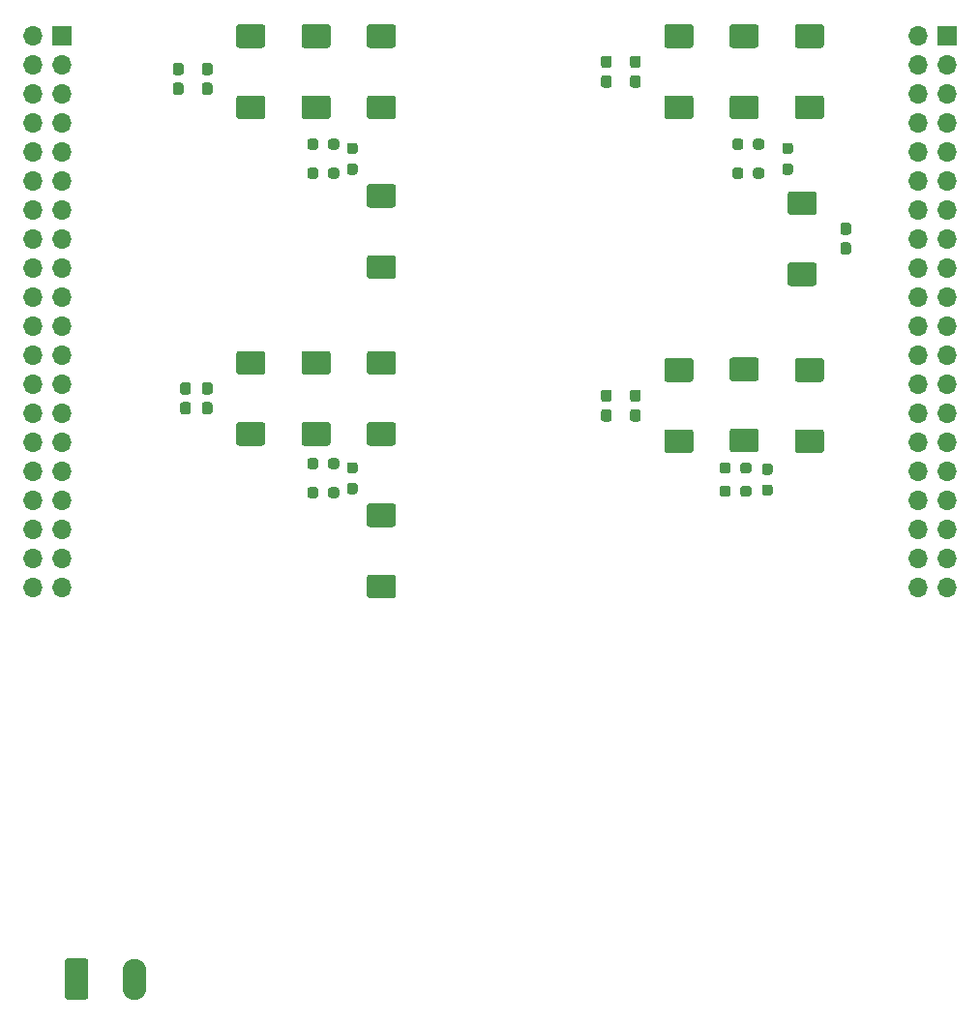
<source format=gbs>
%TF.GenerationSoftware,KiCad,Pcbnew,5.1.9+dfsg1-1*%
%TF.CreationDate,2021-04-28T20:37:39+02:00*%
%TF.ProjectId,Power_Board-2021,506f7765-725f-4426-9f61-72642d323032,rev?*%
%TF.SameCoordinates,Original*%
%TF.FileFunction,Soldermask,Bot*%
%TF.FilePolarity,Negative*%
%FSLAX46Y46*%
G04 Gerber Fmt 4.6, Leading zero omitted, Abs format (unit mm)*
G04 Created by KiCad (PCBNEW 5.1.9+dfsg1-1) date 2021-04-28 20:37:39*
%MOMM*%
%LPD*%
G01*
G04 APERTURE LIST*
%ADD10O,2.080000X3.600000*%
%ADD11R,1.700000X1.700000*%
%ADD12O,1.700000X1.700000*%
G04 APERTURE END LIST*
%TO.C,C2002*%
G36*
G01*
X170425000Y-114470000D02*
X172475000Y-114470000D01*
G75*
G02*
X172725000Y-114720000I0J-250000D01*
G01*
X172725000Y-116295000D01*
G75*
G02*
X172475000Y-116545000I-250000J0D01*
G01*
X170425000Y-116545000D01*
G75*
G02*
X170175000Y-116295000I0J250000D01*
G01*
X170175000Y-114720000D01*
G75*
G02*
X170425000Y-114470000I250000J0D01*
G01*
G37*
G36*
G01*
X170425000Y-108245000D02*
X172475000Y-108245000D01*
G75*
G02*
X172725000Y-108495000I0J-250000D01*
G01*
X172725000Y-110070000D01*
G75*
G02*
X172475000Y-110320000I-250000J0D01*
G01*
X170425000Y-110320000D01*
G75*
G02*
X170175000Y-110070000I0J250000D01*
G01*
X170175000Y-108495000D01*
G75*
G02*
X170425000Y-108245000I250000J0D01*
G01*
G37*
%TD*%
%TO.C,C2006*%
G36*
G01*
X161045000Y-103210000D02*
X158995000Y-103210000D01*
G75*
G02*
X158745000Y-102960000I0J250000D01*
G01*
X158745000Y-101385000D01*
G75*
G02*
X158995000Y-101135000I250000J0D01*
G01*
X161045000Y-101135000D01*
G75*
G02*
X161295000Y-101385000I0J-250000D01*
G01*
X161295000Y-102960000D01*
G75*
G02*
X161045000Y-103210000I-250000J0D01*
G01*
G37*
G36*
G01*
X161045000Y-96985000D02*
X158995000Y-96985000D01*
G75*
G02*
X158745000Y-96735000I0J250000D01*
G01*
X158745000Y-95160000D01*
G75*
G02*
X158995000Y-94910000I250000J0D01*
G01*
X161045000Y-94910000D01*
G75*
G02*
X161295000Y-95160000I0J-250000D01*
G01*
X161295000Y-96735000D01*
G75*
G02*
X161045000Y-96985000I-250000J0D01*
G01*
G37*
%TD*%
%TO.C,C2008*%
G36*
G01*
X166760000Y-96985000D02*
X164710000Y-96985000D01*
G75*
G02*
X164460000Y-96735000I0J250000D01*
G01*
X164460000Y-95160000D01*
G75*
G02*
X164710000Y-94910000I250000J0D01*
G01*
X166760000Y-94910000D01*
G75*
G02*
X167010000Y-95160000I0J-250000D01*
G01*
X167010000Y-96735000D01*
G75*
G02*
X166760000Y-96985000I-250000J0D01*
G01*
G37*
G36*
G01*
X166760000Y-103210000D02*
X164710000Y-103210000D01*
G75*
G02*
X164460000Y-102960000I0J250000D01*
G01*
X164460000Y-101385000D01*
G75*
G02*
X164710000Y-101135000I250000J0D01*
G01*
X166760000Y-101135000D01*
G75*
G02*
X167010000Y-101385000I0J-250000D01*
G01*
X167010000Y-102960000D01*
G75*
G02*
X166760000Y-103210000I-250000J0D01*
G01*
G37*
%TD*%
%TO.C,C2010*%
G36*
G01*
X156447500Y-100460000D02*
X155972500Y-100460000D01*
G75*
G02*
X155735000Y-100222500I0J237500D01*
G01*
X155735000Y-99622500D01*
G75*
G02*
X155972500Y-99385000I237500J0D01*
G01*
X156447500Y-99385000D01*
G75*
G02*
X156685000Y-99622500I0J-237500D01*
G01*
X156685000Y-100222500D01*
G75*
G02*
X156447500Y-100460000I-237500J0D01*
G01*
G37*
G36*
G01*
X156447500Y-98735000D02*
X155972500Y-98735000D01*
G75*
G02*
X155735000Y-98497500I0J237500D01*
G01*
X155735000Y-97897500D01*
G75*
G02*
X155972500Y-97660000I237500J0D01*
G01*
X156447500Y-97660000D01*
G75*
G02*
X156685000Y-97897500I0J-237500D01*
G01*
X156685000Y-98497500D01*
G75*
G02*
X156447500Y-98735000I-237500J0D01*
G01*
G37*
%TD*%
%TO.C,C2011*%
G36*
G01*
X154542500Y-98735000D02*
X154067500Y-98735000D01*
G75*
G02*
X153830000Y-98497500I0J237500D01*
G01*
X153830000Y-97897500D01*
G75*
G02*
X154067500Y-97660000I237500J0D01*
G01*
X154542500Y-97660000D01*
G75*
G02*
X154780000Y-97897500I0J-237500D01*
G01*
X154780000Y-98497500D01*
G75*
G02*
X154542500Y-98735000I-237500J0D01*
G01*
G37*
G36*
G01*
X154542500Y-100460000D02*
X154067500Y-100460000D01*
G75*
G02*
X153830000Y-100222500I0J237500D01*
G01*
X153830000Y-99622500D01*
G75*
G02*
X154067500Y-99385000I237500J0D01*
G01*
X154542500Y-99385000D01*
G75*
G02*
X154780000Y-99622500I0J-237500D01*
G01*
X154780000Y-100222500D01*
G75*
G02*
X154542500Y-100460000I-237500J0D01*
G01*
G37*
%TD*%
%TO.C,C2012*%
G36*
G01*
X170425000Y-80305000D02*
X172475000Y-80305000D01*
G75*
G02*
X172725000Y-80555000I0J-250000D01*
G01*
X172725000Y-82130000D01*
G75*
G02*
X172475000Y-82380000I-250000J0D01*
G01*
X170425000Y-82380000D01*
G75*
G02*
X170175000Y-82130000I0J250000D01*
G01*
X170175000Y-80555000D01*
G75*
G02*
X170425000Y-80305000I250000J0D01*
G01*
G37*
G36*
G01*
X170425000Y-86530000D02*
X172475000Y-86530000D01*
G75*
G02*
X172725000Y-86780000I0J-250000D01*
G01*
X172725000Y-88355000D01*
G75*
G02*
X172475000Y-88605000I-250000J0D01*
G01*
X170425000Y-88605000D01*
G75*
G02*
X170175000Y-88355000I0J250000D01*
G01*
X170175000Y-86780000D01*
G75*
G02*
X170425000Y-86530000I250000J0D01*
G01*
G37*
%TD*%
%TO.C,C2016*%
G36*
G01*
X172475000Y-74635000D02*
X170425000Y-74635000D01*
G75*
G02*
X170175000Y-74385000I0J250000D01*
G01*
X170175000Y-72810000D01*
G75*
G02*
X170425000Y-72560000I250000J0D01*
G01*
X172475000Y-72560000D01*
G75*
G02*
X172725000Y-72810000I0J-250000D01*
G01*
X172725000Y-74385000D01*
G75*
G02*
X172475000Y-74635000I-250000J0D01*
G01*
G37*
G36*
G01*
X172475000Y-68410000D02*
X170425000Y-68410000D01*
G75*
G02*
X170175000Y-68160000I0J250000D01*
G01*
X170175000Y-66585000D01*
G75*
G02*
X170425000Y-66335000I250000J0D01*
G01*
X172475000Y-66335000D01*
G75*
G02*
X172725000Y-66585000I0J-250000D01*
G01*
X172725000Y-68160000D01*
G75*
G02*
X172475000Y-68410000I-250000J0D01*
G01*
G37*
%TD*%
%TO.C,C2017*%
G36*
G01*
X166760000Y-68410000D02*
X164710000Y-68410000D01*
G75*
G02*
X164460000Y-68160000I0J250000D01*
G01*
X164460000Y-66585000D01*
G75*
G02*
X164710000Y-66335000I250000J0D01*
G01*
X166760000Y-66335000D01*
G75*
G02*
X167010000Y-66585000I0J-250000D01*
G01*
X167010000Y-68160000D01*
G75*
G02*
X166760000Y-68410000I-250000J0D01*
G01*
G37*
G36*
G01*
X166760000Y-74635000D02*
X164710000Y-74635000D01*
G75*
G02*
X164460000Y-74385000I0J250000D01*
G01*
X164460000Y-72810000D01*
G75*
G02*
X164710000Y-72560000I250000J0D01*
G01*
X166760000Y-72560000D01*
G75*
G02*
X167010000Y-72810000I0J-250000D01*
G01*
X167010000Y-74385000D01*
G75*
G02*
X166760000Y-74635000I-250000J0D01*
G01*
G37*
%TD*%
%TO.C,C2018*%
G36*
G01*
X161045000Y-74635000D02*
X158995000Y-74635000D01*
G75*
G02*
X158745000Y-74385000I0J250000D01*
G01*
X158745000Y-72810000D01*
G75*
G02*
X158995000Y-72560000I250000J0D01*
G01*
X161045000Y-72560000D01*
G75*
G02*
X161295000Y-72810000I0J-250000D01*
G01*
X161295000Y-74385000D01*
G75*
G02*
X161045000Y-74635000I-250000J0D01*
G01*
G37*
G36*
G01*
X161045000Y-68410000D02*
X158995000Y-68410000D01*
G75*
G02*
X158745000Y-68160000I0J250000D01*
G01*
X158745000Y-66585000D01*
G75*
G02*
X158995000Y-66335000I250000J0D01*
G01*
X161045000Y-66335000D01*
G75*
G02*
X161295000Y-66585000I0J-250000D01*
G01*
X161295000Y-68160000D01*
G75*
G02*
X161045000Y-68410000I-250000J0D01*
G01*
G37*
%TD*%
%TO.C,C2020*%
G36*
G01*
X153907500Y-70795000D02*
X153432500Y-70795000D01*
G75*
G02*
X153195000Y-70557500I0J237500D01*
G01*
X153195000Y-69957500D01*
G75*
G02*
X153432500Y-69720000I237500J0D01*
G01*
X153907500Y-69720000D01*
G75*
G02*
X154145000Y-69957500I0J-237500D01*
G01*
X154145000Y-70557500D01*
G75*
G02*
X153907500Y-70795000I-237500J0D01*
G01*
G37*
G36*
G01*
X153907500Y-72520000D02*
X153432500Y-72520000D01*
G75*
G02*
X153195000Y-72282500I0J237500D01*
G01*
X153195000Y-71682500D01*
G75*
G02*
X153432500Y-71445000I237500J0D01*
G01*
X153907500Y-71445000D01*
G75*
G02*
X154145000Y-71682500I0J-237500D01*
G01*
X154145000Y-72282500D01*
G75*
G02*
X153907500Y-72520000I-237500J0D01*
G01*
G37*
%TD*%
%TO.C,C2021*%
G36*
G01*
X156447500Y-72520000D02*
X155972500Y-72520000D01*
G75*
G02*
X155735000Y-72282500I0J237500D01*
G01*
X155735000Y-71682500D01*
G75*
G02*
X155972500Y-71445000I237500J0D01*
G01*
X156447500Y-71445000D01*
G75*
G02*
X156685000Y-71682500I0J-237500D01*
G01*
X156685000Y-72282500D01*
G75*
G02*
X156447500Y-72520000I-237500J0D01*
G01*
G37*
G36*
G01*
X156447500Y-70795000D02*
X155972500Y-70795000D01*
G75*
G02*
X155735000Y-70557500I0J237500D01*
G01*
X155735000Y-69957500D01*
G75*
G02*
X155972500Y-69720000I237500J0D01*
G01*
X156447500Y-69720000D01*
G75*
G02*
X156685000Y-69957500I0J-237500D01*
G01*
X156685000Y-70557500D01*
G75*
G02*
X156447500Y-70795000I-237500J0D01*
G01*
G37*
%TD*%
%TO.C,C2027*%
G36*
G01*
X204225000Y-103782500D02*
X202175000Y-103782500D01*
G75*
G02*
X201925000Y-103532500I0J250000D01*
G01*
X201925000Y-101957500D01*
G75*
G02*
X202175000Y-101707500I250000J0D01*
G01*
X204225000Y-101707500D01*
G75*
G02*
X204475000Y-101957500I0J-250000D01*
G01*
X204475000Y-103532500D01*
G75*
G02*
X204225000Y-103782500I-250000J0D01*
G01*
G37*
G36*
G01*
X204225000Y-97557500D02*
X202175000Y-97557500D01*
G75*
G02*
X201925000Y-97307500I0J250000D01*
G01*
X201925000Y-95732500D01*
G75*
G02*
X202175000Y-95482500I250000J0D01*
G01*
X204225000Y-95482500D01*
G75*
G02*
X204475000Y-95732500I0J-250000D01*
G01*
X204475000Y-97307500D01*
G75*
G02*
X204225000Y-97557500I-250000J0D01*
G01*
G37*
%TD*%
%TO.C,C2028*%
G36*
G01*
X209940000Y-103845000D02*
X207890000Y-103845000D01*
G75*
G02*
X207640000Y-103595000I0J250000D01*
G01*
X207640000Y-102020000D01*
G75*
G02*
X207890000Y-101770000I250000J0D01*
G01*
X209940000Y-101770000D01*
G75*
G02*
X210190000Y-102020000I0J-250000D01*
G01*
X210190000Y-103595000D01*
G75*
G02*
X209940000Y-103845000I-250000J0D01*
G01*
G37*
G36*
G01*
X209940000Y-97620000D02*
X207890000Y-97620000D01*
G75*
G02*
X207640000Y-97370000I0J250000D01*
G01*
X207640000Y-95795000D01*
G75*
G02*
X207890000Y-95545000I250000J0D01*
G01*
X209940000Y-95545000D01*
G75*
G02*
X210190000Y-95795000I0J-250000D01*
G01*
X210190000Y-97370000D01*
G75*
G02*
X209940000Y-97620000I-250000J0D01*
G01*
G37*
%TD*%
%TO.C,C2029*%
G36*
G01*
X198510000Y-97620000D02*
X196460000Y-97620000D01*
G75*
G02*
X196210000Y-97370000I0J250000D01*
G01*
X196210000Y-95795000D01*
G75*
G02*
X196460000Y-95545000I250000J0D01*
G01*
X198510000Y-95545000D01*
G75*
G02*
X198760000Y-95795000I0J-250000D01*
G01*
X198760000Y-97370000D01*
G75*
G02*
X198510000Y-97620000I-250000J0D01*
G01*
G37*
G36*
G01*
X198510000Y-103845000D02*
X196460000Y-103845000D01*
G75*
G02*
X196210000Y-103595000I0J250000D01*
G01*
X196210000Y-102020000D01*
G75*
G02*
X196460000Y-101770000I250000J0D01*
G01*
X198510000Y-101770000D01*
G75*
G02*
X198760000Y-102020000I0J-250000D01*
G01*
X198760000Y-103595000D01*
G75*
G02*
X198510000Y-103845000I-250000J0D01*
G01*
G37*
%TD*%
%TO.C,C2031*%
G36*
G01*
X191372500Y-99370000D02*
X190897500Y-99370000D01*
G75*
G02*
X190660000Y-99132500I0J237500D01*
G01*
X190660000Y-98532500D01*
G75*
G02*
X190897500Y-98295000I237500J0D01*
G01*
X191372500Y-98295000D01*
G75*
G02*
X191610000Y-98532500I0J-237500D01*
G01*
X191610000Y-99132500D01*
G75*
G02*
X191372500Y-99370000I-237500J0D01*
G01*
G37*
G36*
G01*
X191372500Y-101095000D02*
X190897500Y-101095000D01*
G75*
G02*
X190660000Y-100857500I0J237500D01*
G01*
X190660000Y-100257500D01*
G75*
G02*
X190897500Y-100020000I237500J0D01*
G01*
X191372500Y-100020000D01*
G75*
G02*
X191610000Y-100257500I0J-237500D01*
G01*
X191610000Y-100857500D01*
G75*
G02*
X191372500Y-101095000I-237500J0D01*
G01*
G37*
%TD*%
%TO.C,C2032*%
G36*
G01*
X193912500Y-101095000D02*
X193437500Y-101095000D01*
G75*
G02*
X193200000Y-100857500I0J237500D01*
G01*
X193200000Y-100257500D01*
G75*
G02*
X193437500Y-100020000I237500J0D01*
G01*
X193912500Y-100020000D01*
G75*
G02*
X194150000Y-100257500I0J-237500D01*
G01*
X194150000Y-100857500D01*
G75*
G02*
X193912500Y-101095000I-237500J0D01*
G01*
G37*
G36*
G01*
X193912500Y-99370000D02*
X193437500Y-99370000D01*
G75*
G02*
X193200000Y-99132500I0J237500D01*
G01*
X193200000Y-98532500D01*
G75*
G02*
X193437500Y-98295000I237500J0D01*
G01*
X193912500Y-98295000D01*
G75*
G02*
X194150000Y-98532500I0J-237500D01*
G01*
X194150000Y-99132500D01*
G75*
G02*
X193912500Y-99370000I-237500J0D01*
G01*
G37*
%TD*%
%TO.C,C2033*%
G36*
G01*
X207255000Y-87165000D02*
X209305000Y-87165000D01*
G75*
G02*
X209555000Y-87415000I0J-250000D01*
G01*
X209555000Y-88990000D01*
G75*
G02*
X209305000Y-89240000I-250000J0D01*
G01*
X207255000Y-89240000D01*
G75*
G02*
X207005000Y-88990000I0J250000D01*
G01*
X207005000Y-87415000D01*
G75*
G02*
X207255000Y-87165000I250000J0D01*
G01*
G37*
G36*
G01*
X207255000Y-80940000D02*
X209305000Y-80940000D01*
G75*
G02*
X209555000Y-81190000I0J-250000D01*
G01*
X209555000Y-82765000D01*
G75*
G02*
X209305000Y-83015000I-250000J0D01*
G01*
X207255000Y-83015000D01*
G75*
G02*
X207005000Y-82765000I0J250000D01*
G01*
X207005000Y-81190000D01*
G75*
G02*
X207255000Y-80940000I250000J0D01*
G01*
G37*
%TD*%
%TO.C,C2037*%
G36*
G01*
X198510000Y-68410000D02*
X196460000Y-68410000D01*
G75*
G02*
X196210000Y-68160000I0J250000D01*
G01*
X196210000Y-66585000D01*
G75*
G02*
X196460000Y-66335000I250000J0D01*
G01*
X198510000Y-66335000D01*
G75*
G02*
X198760000Y-66585000I0J-250000D01*
G01*
X198760000Y-68160000D01*
G75*
G02*
X198510000Y-68410000I-250000J0D01*
G01*
G37*
G36*
G01*
X198510000Y-74635000D02*
X196460000Y-74635000D01*
G75*
G02*
X196210000Y-74385000I0J250000D01*
G01*
X196210000Y-72810000D01*
G75*
G02*
X196460000Y-72560000I250000J0D01*
G01*
X198510000Y-72560000D01*
G75*
G02*
X198760000Y-72810000I0J-250000D01*
G01*
X198760000Y-74385000D01*
G75*
G02*
X198510000Y-74635000I-250000J0D01*
G01*
G37*
%TD*%
%TO.C,C2038*%
G36*
G01*
X204225000Y-74635000D02*
X202175000Y-74635000D01*
G75*
G02*
X201925000Y-74385000I0J250000D01*
G01*
X201925000Y-72810000D01*
G75*
G02*
X202175000Y-72560000I250000J0D01*
G01*
X204225000Y-72560000D01*
G75*
G02*
X204475000Y-72810000I0J-250000D01*
G01*
X204475000Y-74385000D01*
G75*
G02*
X204225000Y-74635000I-250000J0D01*
G01*
G37*
G36*
G01*
X204225000Y-68410000D02*
X202175000Y-68410000D01*
G75*
G02*
X201925000Y-68160000I0J250000D01*
G01*
X201925000Y-66585000D01*
G75*
G02*
X202175000Y-66335000I250000J0D01*
G01*
X204225000Y-66335000D01*
G75*
G02*
X204475000Y-66585000I0J-250000D01*
G01*
X204475000Y-68160000D01*
G75*
G02*
X204225000Y-68410000I-250000J0D01*
G01*
G37*
%TD*%
%TO.C,C2039*%
G36*
G01*
X209940000Y-68410000D02*
X207890000Y-68410000D01*
G75*
G02*
X207640000Y-68160000I0J250000D01*
G01*
X207640000Y-66585000D01*
G75*
G02*
X207890000Y-66335000I250000J0D01*
G01*
X209940000Y-66335000D01*
G75*
G02*
X210190000Y-66585000I0J-250000D01*
G01*
X210190000Y-68160000D01*
G75*
G02*
X209940000Y-68410000I-250000J0D01*
G01*
G37*
G36*
G01*
X209940000Y-74635000D02*
X207890000Y-74635000D01*
G75*
G02*
X207640000Y-74385000I0J250000D01*
G01*
X207640000Y-72810000D01*
G75*
G02*
X207890000Y-72560000I250000J0D01*
G01*
X209940000Y-72560000D01*
G75*
G02*
X210190000Y-72810000I0J-250000D01*
G01*
X210190000Y-74385000D01*
G75*
G02*
X209940000Y-74635000I-250000J0D01*
G01*
G37*
%TD*%
%TO.C,C2041*%
G36*
G01*
X191372500Y-71885000D02*
X190897500Y-71885000D01*
G75*
G02*
X190660000Y-71647500I0J237500D01*
G01*
X190660000Y-71047500D01*
G75*
G02*
X190897500Y-70810000I237500J0D01*
G01*
X191372500Y-70810000D01*
G75*
G02*
X191610000Y-71047500I0J-237500D01*
G01*
X191610000Y-71647500D01*
G75*
G02*
X191372500Y-71885000I-237500J0D01*
G01*
G37*
G36*
G01*
X191372500Y-70160000D02*
X190897500Y-70160000D01*
G75*
G02*
X190660000Y-69922500I0J237500D01*
G01*
X190660000Y-69322500D01*
G75*
G02*
X190897500Y-69085000I237500J0D01*
G01*
X191372500Y-69085000D01*
G75*
G02*
X191610000Y-69322500I0J-237500D01*
G01*
X191610000Y-69922500D01*
G75*
G02*
X191372500Y-70160000I-237500J0D01*
G01*
G37*
%TD*%
%TO.C,C2042*%
G36*
G01*
X193912500Y-70160000D02*
X193437500Y-70160000D01*
G75*
G02*
X193200000Y-69922500I0J237500D01*
G01*
X193200000Y-69322500D01*
G75*
G02*
X193437500Y-69085000I237500J0D01*
G01*
X193912500Y-69085000D01*
G75*
G02*
X194150000Y-69322500I0J-237500D01*
G01*
X194150000Y-69922500D01*
G75*
G02*
X193912500Y-70160000I-237500J0D01*
G01*
G37*
G36*
G01*
X193912500Y-71885000D02*
X193437500Y-71885000D01*
G75*
G02*
X193200000Y-71647500I0J237500D01*
G01*
X193200000Y-71047500D01*
G75*
G02*
X193437500Y-70810000I237500J0D01*
G01*
X193912500Y-70810000D01*
G75*
G02*
X194150000Y-71047500I0J-237500D01*
G01*
X194150000Y-71647500D01*
G75*
G02*
X193912500Y-71885000I-237500J0D01*
G01*
G37*
%TD*%
%TO.C,R2001*%
G36*
G01*
X168672500Y-106470000D02*
X169147500Y-106470000D01*
G75*
G02*
X169385000Y-106707500I0J-237500D01*
G01*
X169385000Y-107207500D01*
G75*
G02*
X169147500Y-107445000I-237500J0D01*
G01*
X168672500Y-107445000D01*
G75*
G02*
X168435000Y-107207500I0J237500D01*
G01*
X168435000Y-106707500D01*
G75*
G02*
X168672500Y-106470000I237500J0D01*
G01*
G37*
G36*
G01*
X168672500Y-104645000D02*
X169147500Y-104645000D01*
G75*
G02*
X169385000Y-104882500I0J-237500D01*
G01*
X169385000Y-105382500D01*
G75*
G02*
X169147500Y-105620000I-237500J0D01*
G01*
X168672500Y-105620000D01*
G75*
G02*
X168435000Y-105382500I0J237500D01*
G01*
X168435000Y-104882500D01*
G75*
G02*
X168672500Y-104645000I237500J0D01*
G01*
G37*
%TD*%
%TO.C,R2002*%
G36*
G01*
X164970000Y-105012500D02*
X164970000Y-104537500D01*
G75*
G02*
X165207500Y-104300000I237500J0D01*
G01*
X165707500Y-104300000D01*
G75*
G02*
X165945000Y-104537500I0J-237500D01*
G01*
X165945000Y-105012500D01*
G75*
G02*
X165707500Y-105250000I-237500J0D01*
G01*
X165207500Y-105250000D01*
G75*
G02*
X164970000Y-105012500I0J237500D01*
G01*
G37*
G36*
G01*
X166795000Y-105012500D02*
X166795000Y-104537500D01*
G75*
G02*
X167032500Y-104300000I237500J0D01*
G01*
X167532500Y-104300000D01*
G75*
G02*
X167770000Y-104537500I0J-237500D01*
G01*
X167770000Y-105012500D01*
G75*
G02*
X167532500Y-105250000I-237500J0D01*
G01*
X167032500Y-105250000D01*
G75*
G02*
X166795000Y-105012500I0J237500D01*
G01*
G37*
%TD*%
%TO.C,R2003*%
G36*
G01*
X165945000Y-107077500D02*
X165945000Y-107552500D01*
G75*
G02*
X165707500Y-107790000I-237500J0D01*
G01*
X165207500Y-107790000D01*
G75*
G02*
X164970000Y-107552500I0J237500D01*
G01*
X164970000Y-107077500D01*
G75*
G02*
X165207500Y-106840000I237500J0D01*
G01*
X165707500Y-106840000D01*
G75*
G02*
X165945000Y-107077500I0J-237500D01*
G01*
G37*
G36*
G01*
X167770000Y-107077500D02*
X167770000Y-107552500D01*
G75*
G02*
X167532500Y-107790000I-237500J0D01*
G01*
X167032500Y-107790000D01*
G75*
G02*
X166795000Y-107552500I0J237500D01*
G01*
X166795000Y-107077500D01*
G75*
G02*
X167032500Y-106840000I237500J0D01*
G01*
X167532500Y-106840000D01*
G75*
G02*
X167770000Y-107077500I0J-237500D01*
G01*
G37*
%TD*%
%TO.C,R2005*%
G36*
G01*
X168672500Y-76705000D02*
X169147500Y-76705000D01*
G75*
G02*
X169385000Y-76942500I0J-237500D01*
G01*
X169385000Y-77442500D01*
G75*
G02*
X169147500Y-77680000I-237500J0D01*
G01*
X168672500Y-77680000D01*
G75*
G02*
X168435000Y-77442500I0J237500D01*
G01*
X168435000Y-76942500D01*
G75*
G02*
X168672500Y-76705000I237500J0D01*
G01*
G37*
G36*
G01*
X168672500Y-78530000D02*
X169147500Y-78530000D01*
G75*
G02*
X169385000Y-78767500I0J-237500D01*
G01*
X169385000Y-79267500D01*
G75*
G02*
X169147500Y-79505000I-237500J0D01*
G01*
X168672500Y-79505000D01*
G75*
G02*
X168435000Y-79267500I0J237500D01*
G01*
X168435000Y-78767500D01*
G75*
G02*
X168672500Y-78530000I237500J0D01*
G01*
G37*
%TD*%
%TO.C,R2006*%
G36*
G01*
X164970000Y-77072500D02*
X164970000Y-76597500D01*
G75*
G02*
X165207500Y-76360000I237500J0D01*
G01*
X165707500Y-76360000D01*
G75*
G02*
X165945000Y-76597500I0J-237500D01*
G01*
X165945000Y-77072500D01*
G75*
G02*
X165707500Y-77310000I-237500J0D01*
G01*
X165207500Y-77310000D01*
G75*
G02*
X164970000Y-77072500I0J237500D01*
G01*
G37*
G36*
G01*
X166795000Y-77072500D02*
X166795000Y-76597500D01*
G75*
G02*
X167032500Y-76360000I237500J0D01*
G01*
X167532500Y-76360000D01*
G75*
G02*
X167770000Y-76597500I0J-237500D01*
G01*
X167770000Y-77072500D01*
G75*
G02*
X167532500Y-77310000I-237500J0D01*
G01*
X167032500Y-77310000D01*
G75*
G02*
X166795000Y-77072500I0J237500D01*
G01*
G37*
%TD*%
%TO.C,R2007*%
G36*
G01*
X165945000Y-79137500D02*
X165945000Y-79612500D01*
G75*
G02*
X165707500Y-79850000I-237500J0D01*
G01*
X165207500Y-79850000D01*
G75*
G02*
X164970000Y-79612500I0J237500D01*
G01*
X164970000Y-79137500D01*
G75*
G02*
X165207500Y-78900000I237500J0D01*
G01*
X165707500Y-78900000D01*
G75*
G02*
X165945000Y-79137500I0J-237500D01*
G01*
G37*
G36*
G01*
X167770000Y-79137500D02*
X167770000Y-79612500D01*
G75*
G02*
X167532500Y-79850000I-237500J0D01*
G01*
X167032500Y-79850000D01*
G75*
G02*
X166795000Y-79612500I0J237500D01*
G01*
X166795000Y-79137500D01*
G75*
G02*
X167032500Y-78900000I237500J0D01*
G01*
X167532500Y-78900000D01*
G75*
G02*
X167770000Y-79137500I0J-237500D01*
G01*
G37*
%TD*%
%TO.C,R2009*%
G36*
G01*
X204994500Y-106597000D02*
X205469500Y-106597000D01*
G75*
G02*
X205707000Y-106834500I0J-237500D01*
G01*
X205707000Y-107334500D01*
G75*
G02*
X205469500Y-107572000I-237500J0D01*
G01*
X204994500Y-107572000D01*
G75*
G02*
X204757000Y-107334500I0J237500D01*
G01*
X204757000Y-106834500D01*
G75*
G02*
X204994500Y-106597000I237500J0D01*
G01*
G37*
G36*
G01*
X204994500Y-104772000D02*
X205469500Y-104772000D01*
G75*
G02*
X205707000Y-105009500I0J-237500D01*
G01*
X205707000Y-105509500D01*
G75*
G02*
X205469500Y-105747000I-237500J0D01*
G01*
X204994500Y-105747000D01*
G75*
G02*
X204757000Y-105509500I0J237500D01*
G01*
X204757000Y-105009500D01*
G75*
G02*
X204994500Y-104772000I237500J0D01*
G01*
G37*
%TD*%
%TO.C,R2010*%
G36*
G01*
X202863000Y-105393500D02*
X202863000Y-104918500D01*
G75*
G02*
X203100500Y-104681000I237500J0D01*
G01*
X203600500Y-104681000D01*
G75*
G02*
X203838000Y-104918500I0J-237500D01*
G01*
X203838000Y-105393500D01*
G75*
G02*
X203600500Y-105631000I-237500J0D01*
G01*
X203100500Y-105631000D01*
G75*
G02*
X202863000Y-105393500I0J237500D01*
G01*
G37*
G36*
G01*
X201038000Y-105393500D02*
X201038000Y-104918500D01*
G75*
G02*
X201275500Y-104681000I237500J0D01*
G01*
X201775500Y-104681000D01*
G75*
G02*
X202013000Y-104918500I0J-237500D01*
G01*
X202013000Y-105393500D01*
G75*
G02*
X201775500Y-105631000I-237500J0D01*
G01*
X201275500Y-105631000D01*
G75*
G02*
X201038000Y-105393500I0J237500D01*
G01*
G37*
%TD*%
%TO.C,R2011*%
G36*
G01*
X202013000Y-106950500D02*
X202013000Y-107425500D01*
G75*
G02*
X201775500Y-107663000I-237500J0D01*
G01*
X201275500Y-107663000D01*
G75*
G02*
X201038000Y-107425500I0J237500D01*
G01*
X201038000Y-106950500D01*
G75*
G02*
X201275500Y-106713000I237500J0D01*
G01*
X201775500Y-106713000D01*
G75*
G02*
X202013000Y-106950500I0J-237500D01*
G01*
G37*
G36*
G01*
X203838000Y-106950500D02*
X203838000Y-107425500D01*
G75*
G02*
X203600500Y-107663000I-237500J0D01*
G01*
X203100500Y-107663000D01*
G75*
G02*
X202863000Y-107425500I0J237500D01*
G01*
X202863000Y-106950500D01*
G75*
G02*
X203100500Y-106713000I237500J0D01*
G01*
X203600500Y-106713000D01*
G75*
G02*
X203838000Y-106950500I0J-237500D01*
G01*
G37*
%TD*%
%TO.C,R2013*%
G36*
G01*
X206772500Y-76705000D02*
X207247500Y-76705000D01*
G75*
G02*
X207485000Y-76942500I0J-237500D01*
G01*
X207485000Y-77442500D01*
G75*
G02*
X207247500Y-77680000I-237500J0D01*
G01*
X206772500Y-77680000D01*
G75*
G02*
X206535000Y-77442500I0J237500D01*
G01*
X206535000Y-76942500D01*
G75*
G02*
X206772500Y-76705000I237500J0D01*
G01*
G37*
G36*
G01*
X206772500Y-78530000D02*
X207247500Y-78530000D01*
G75*
G02*
X207485000Y-78767500I0J-237500D01*
G01*
X207485000Y-79267500D01*
G75*
G02*
X207247500Y-79505000I-237500J0D01*
G01*
X206772500Y-79505000D01*
G75*
G02*
X206535000Y-79267500I0J237500D01*
G01*
X206535000Y-78767500D01*
G75*
G02*
X206772500Y-78530000I237500J0D01*
G01*
G37*
%TD*%
%TO.C,R2014*%
G36*
G01*
X202157500Y-77072500D02*
X202157500Y-76597500D01*
G75*
G02*
X202395000Y-76360000I237500J0D01*
G01*
X202895000Y-76360000D01*
G75*
G02*
X203132500Y-76597500I0J-237500D01*
G01*
X203132500Y-77072500D01*
G75*
G02*
X202895000Y-77310000I-237500J0D01*
G01*
X202395000Y-77310000D01*
G75*
G02*
X202157500Y-77072500I0J237500D01*
G01*
G37*
G36*
G01*
X203982500Y-77072500D02*
X203982500Y-76597500D01*
G75*
G02*
X204220000Y-76360000I237500J0D01*
G01*
X204720000Y-76360000D01*
G75*
G02*
X204957500Y-76597500I0J-237500D01*
G01*
X204957500Y-77072500D01*
G75*
G02*
X204720000Y-77310000I-237500J0D01*
G01*
X204220000Y-77310000D01*
G75*
G02*
X203982500Y-77072500I0J237500D01*
G01*
G37*
%TD*%
%TO.C,R2015*%
G36*
G01*
X203132500Y-79137500D02*
X203132500Y-79612500D01*
G75*
G02*
X202895000Y-79850000I-237500J0D01*
G01*
X202395000Y-79850000D01*
G75*
G02*
X202157500Y-79612500I0J237500D01*
G01*
X202157500Y-79137500D01*
G75*
G02*
X202395000Y-78900000I237500J0D01*
G01*
X202895000Y-78900000D01*
G75*
G02*
X203132500Y-79137500I0J-237500D01*
G01*
G37*
G36*
G01*
X204957500Y-79137500D02*
X204957500Y-79612500D01*
G75*
G02*
X204720000Y-79850000I-237500J0D01*
G01*
X204220000Y-79850000D01*
G75*
G02*
X203982500Y-79612500I0J237500D01*
G01*
X203982500Y-79137500D01*
G75*
G02*
X204220000Y-78900000I237500J0D01*
G01*
X204720000Y-78900000D01*
G75*
G02*
X204957500Y-79137500I0J-237500D01*
G01*
G37*
%TD*%
%TO.C,J1*%
G36*
G01*
X143740000Y-151410001D02*
X143740000Y-148309999D01*
G75*
G02*
X143989999Y-148060000I249999J0D01*
G01*
X145570001Y-148060000D01*
G75*
G02*
X145820000Y-148309999I0J-249999D01*
G01*
X145820000Y-151410001D01*
G75*
G02*
X145570001Y-151660000I-249999J0D01*
G01*
X143989999Y-151660000D01*
G75*
G02*
X143740000Y-151410001I0J249999D01*
G01*
G37*
D10*
X149860000Y-149860000D03*
%TD*%
%TO.C,C2007*%
G36*
G01*
X172475000Y-103210000D02*
X170425000Y-103210000D01*
G75*
G02*
X170175000Y-102960000I0J250000D01*
G01*
X170175000Y-101385000D01*
G75*
G02*
X170425000Y-101135000I250000J0D01*
G01*
X172475000Y-101135000D01*
G75*
G02*
X172725000Y-101385000I0J-250000D01*
G01*
X172725000Y-102960000D01*
G75*
G02*
X172475000Y-103210000I-250000J0D01*
G01*
G37*
G36*
G01*
X172475000Y-96985000D02*
X170425000Y-96985000D01*
G75*
G02*
X170175000Y-96735000I0J250000D01*
G01*
X170175000Y-95160000D01*
G75*
G02*
X170425000Y-94910000I250000J0D01*
G01*
X172475000Y-94910000D01*
G75*
G02*
X172725000Y-95160000I0J-250000D01*
G01*
X172725000Y-96735000D01*
G75*
G02*
X172475000Y-96985000I-250000J0D01*
G01*
G37*
%TD*%
%TO.C,C2034*%
G36*
G01*
X211852500Y-83690000D02*
X212327500Y-83690000D01*
G75*
G02*
X212565000Y-83927500I0J-237500D01*
G01*
X212565000Y-84527500D01*
G75*
G02*
X212327500Y-84765000I-237500J0D01*
G01*
X211852500Y-84765000D01*
G75*
G02*
X211615000Y-84527500I0J237500D01*
G01*
X211615000Y-83927500D01*
G75*
G02*
X211852500Y-83690000I237500J0D01*
G01*
G37*
G36*
G01*
X211852500Y-85415000D02*
X212327500Y-85415000D01*
G75*
G02*
X212565000Y-85652500I0J-237500D01*
G01*
X212565000Y-86252500D01*
G75*
G02*
X212327500Y-86490000I-237500J0D01*
G01*
X211852500Y-86490000D01*
G75*
G02*
X211615000Y-86252500I0J237500D01*
G01*
X211615000Y-85652500D01*
G75*
G02*
X211852500Y-85415000I237500J0D01*
G01*
G37*
%TD*%
D11*
%TO.C,J1001*%
X220980000Y-67310000D03*
D12*
X218440000Y-67310000D03*
X220980000Y-69850000D03*
X218440000Y-69850000D03*
X220980000Y-72390000D03*
X218440000Y-72390000D03*
X220980000Y-74930000D03*
X218440000Y-74930000D03*
X220980000Y-77470000D03*
X218440000Y-77470000D03*
X220980000Y-80010000D03*
X218440000Y-80010000D03*
X220980000Y-82550000D03*
X218440000Y-82550000D03*
X220980000Y-85090000D03*
X218440000Y-85090000D03*
X220980000Y-87630000D03*
X218440000Y-87630000D03*
X220980000Y-90170000D03*
X218440000Y-90170000D03*
X220980000Y-92710000D03*
X218440000Y-92710000D03*
X220980000Y-95250000D03*
X218440000Y-95250000D03*
X220980000Y-97790000D03*
X218440000Y-97790000D03*
X220980000Y-100330000D03*
X218440000Y-100330000D03*
X220980000Y-102870000D03*
X218440000Y-102870000D03*
X220980000Y-105410000D03*
X218440000Y-105410000D03*
X220980000Y-107950000D03*
X218440000Y-107950000D03*
X220980000Y-110490000D03*
X218440000Y-110490000D03*
X220980000Y-113030000D03*
X218440000Y-113030000D03*
X220980000Y-115570000D03*
X218440000Y-115570000D03*
%TD*%
%TO.C,J1002*%
X140970000Y-115570000D03*
X143510000Y-115570000D03*
X140970000Y-113030000D03*
X143510000Y-113030000D03*
X140970000Y-110490000D03*
X143510000Y-110490000D03*
X140970000Y-107950000D03*
X143510000Y-107950000D03*
X140970000Y-105410000D03*
X143510000Y-105410000D03*
X140970000Y-102870000D03*
X143510000Y-102870000D03*
X140970000Y-100330000D03*
X143510000Y-100330000D03*
X140970000Y-97790000D03*
X143510000Y-97790000D03*
X140970000Y-95250000D03*
X143510000Y-95250000D03*
X140970000Y-92710000D03*
X143510000Y-92710000D03*
X140970000Y-90170000D03*
X143510000Y-90170000D03*
X140970000Y-87630000D03*
X143510000Y-87630000D03*
X140970000Y-85090000D03*
X143510000Y-85090000D03*
X140970000Y-82550000D03*
X143510000Y-82550000D03*
X140970000Y-80010000D03*
X143510000Y-80010000D03*
X140970000Y-77470000D03*
X143510000Y-77470000D03*
X140970000Y-74930000D03*
X143510000Y-74930000D03*
X140970000Y-72390000D03*
X143510000Y-72390000D03*
X140970000Y-69850000D03*
X143510000Y-69850000D03*
X140970000Y-67310000D03*
D11*
X143510000Y-67310000D03*
%TD*%
M02*

</source>
